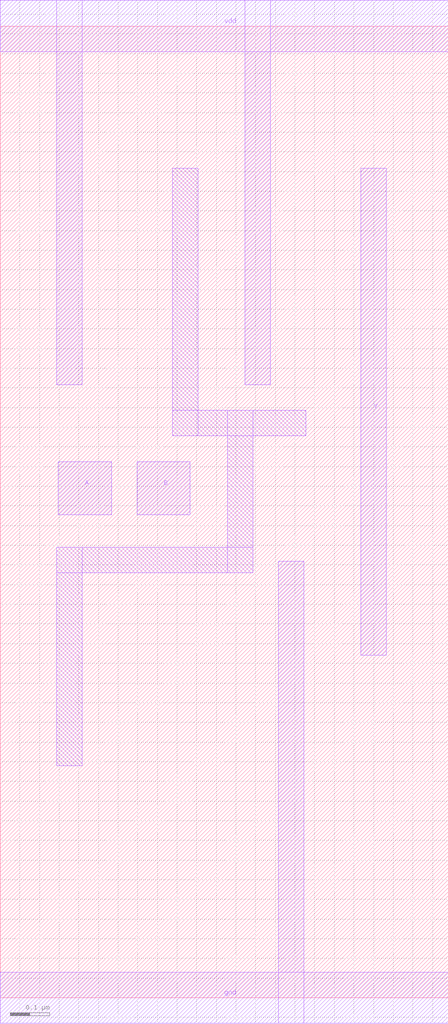
<source format=lef>
MACRO AND2X1
  CLASS CORE ;
  ORIGIN 0 0 ;
  FOREIGN AND2X1 0 0 ;
  SIZE 1.14 BY 2.47 ;
  SYMMETRY X Y ;
  SITE CoreSite ;
  PIN A
    DIRECTION INPUT ;
    USE SIGNAL ;
    PORT
      LAYER metal1 ;
        RECT 0.1475 1.2275 0.2825 1.3625 ;
    END
  END A
  PIN B
    DIRECTION INPUT ;
    USE SIGNAL ;
    PORT
      LAYER metal1 ;
        RECT 0.3475 1.2275 0.4825 1.3625 ;
    END
  END B
  PIN Y
    DIRECTION OUTPUT ;
    USE SIGNAL ;
    PORT
      LAYER metal1 ;
        RECT 0.9175 0.87 0.9825 2.1075 ;
    END
  END Y
  PIN gnd
    DIRECTION INOUT ;
    USE GROUND ;
    SHAPE ABUTMENT ;
    PORT
      LAYER metal1 ;
        RECT 0.7075 -0.065 0.7725 1.11 ;
        RECT 0 -0.065 1.14 0.065 ;
    END
  END gnd
  PIN vdd
    DIRECTION INOUT ;
    USE POWER ;
    SHAPE ABUTMENT ;
    PORT
      LAYER metal1 ;
        RECT 0.1425 1.5575 0.2075 2.535 ;
        RECT 0.6225 1.5575 0.6875 2.535 ;
        RECT 0 2.405 1.14 2.535 ;
    END
  END vdd
  OBS
    LAYER metal1 ;
      RECT 0.1425 0.59 0.2075 1.145 ;
      RECT 0.1425 1.08 0.6425 1.145 ;
      RECT 0.5775 1.08 0.6425 1.4925 ;
      RECT 0.4375 1.4275 0.7775 1.4925 ;
      RECT 0.4375 1.4275 0.5025 2.1075 ;
  END
END AND2X1

</source>
